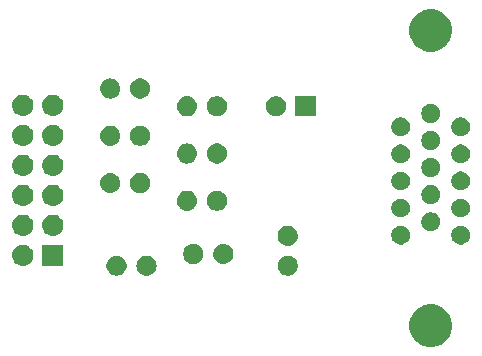
<source format=gbr>
G04 #@! TF.GenerationSoftware,KiCad,Pcbnew,5.0.2+dfsg1-1~bpo9+1*
G04 #@! TF.CreationDate,2021-09-12T12:59:09+02:00*
G04 #@! TF.ProjectId,VGA222-PMOD,56474132-3232-42d5-904d-4f442e6b6963,rev?*
G04 #@! TF.SameCoordinates,Original*
G04 #@! TF.FileFunction,Soldermask,Top*
G04 #@! TF.FilePolarity,Negative*
%FSLAX46Y46*%
G04 Gerber Fmt 4.6, Leading zero omitted, Abs format (unit mm)*
G04 Created by KiCad (PCBNEW 5.0.2+dfsg1-1~bpo9+1) date Sun Sep 12 12:59:09 2021*
%MOMM*%
%LPD*%
G01*
G04 APERTURE LIST*
%ADD10C,0.100000*%
G04 APERTURE END LIST*
D10*
G36*
X139125331Y-70348211D02*
X139453092Y-70483974D01*
X139748073Y-70681074D01*
X139998926Y-70931927D01*
X140196026Y-71226908D01*
X140331789Y-71554669D01*
X140401000Y-71902616D01*
X140401000Y-72257384D01*
X140331789Y-72605331D01*
X140196026Y-72933092D01*
X139998926Y-73228073D01*
X139748073Y-73478926D01*
X139453092Y-73676026D01*
X139125331Y-73811789D01*
X138777384Y-73881000D01*
X138422616Y-73881000D01*
X138074669Y-73811789D01*
X137746908Y-73676026D01*
X137451927Y-73478926D01*
X137201074Y-73228073D01*
X137003974Y-72933092D01*
X136868211Y-72605331D01*
X136799000Y-72257384D01*
X136799000Y-71902616D01*
X136868211Y-71554669D01*
X137003974Y-71226908D01*
X137201074Y-70931927D01*
X137451927Y-70681074D01*
X137746908Y-70483974D01*
X138074669Y-70348211D01*
X138422616Y-70279000D01*
X138777384Y-70279000D01*
X139125331Y-70348211D01*
X139125331Y-70348211D01*
G37*
G36*
X126748228Y-66181703D02*
X126903100Y-66245853D01*
X127042481Y-66338985D01*
X127161015Y-66457519D01*
X127254147Y-66596900D01*
X127318297Y-66751772D01*
X127351000Y-66916184D01*
X127351000Y-67083816D01*
X127318297Y-67248228D01*
X127254147Y-67403100D01*
X127161015Y-67542481D01*
X127042481Y-67661015D01*
X126903100Y-67754147D01*
X126748228Y-67818297D01*
X126583816Y-67851000D01*
X126416184Y-67851000D01*
X126251772Y-67818297D01*
X126096900Y-67754147D01*
X125957519Y-67661015D01*
X125838985Y-67542481D01*
X125745853Y-67403100D01*
X125681703Y-67248228D01*
X125649000Y-67083816D01*
X125649000Y-66916184D01*
X125681703Y-66751772D01*
X125745853Y-66596900D01*
X125838985Y-66457519D01*
X125957519Y-66338985D01*
X126096900Y-66245853D01*
X126251772Y-66181703D01*
X126416184Y-66149000D01*
X126583816Y-66149000D01*
X126748228Y-66181703D01*
X126748228Y-66181703D01*
G37*
G36*
X112248228Y-66181703D02*
X112403100Y-66245853D01*
X112542481Y-66338985D01*
X112661015Y-66457519D01*
X112754147Y-66596900D01*
X112818297Y-66751772D01*
X112851000Y-66916184D01*
X112851000Y-67083816D01*
X112818297Y-67248228D01*
X112754147Y-67403100D01*
X112661015Y-67542481D01*
X112542481Y-67661015D01*
X112403100Y-67754147D01*
X112248228Y-67818297D01*
X112083816Y-67851000D01*
X111916184Y-67851000D01*
X111751772Y-67818297D01*
X111596900Y-67754147D01*
X111457519Y-67661015D01*
X111338985Y-67542481D01*
X111245853Y-67403100D01*
X111181703Y-67248228D01*
X111149000Y-67083816D01*
X111149000Y-66916184D01*
X111181703Y-66751772D01*
X111245853Y-66596900D01*
X111338985Y-66457519D01*
X111457519Y-66338985D01*
X111596900Y-66245853D01*
X111751772Y-66181703D01*
X111916184Y-66149000D01*
X112083816Y-66149000D01*
X112248228Y-66181703D01*
X112248228Y-66181703D01*
G37*
G36*
X114706821Y-66161313D02*
X114706824Y-66161314D01*
X114706825Y-66161314D01*
X114867239Y-66209975D01*
X114867241Y-66209976D01*
X114867244Y-66209977D01*
X115015078Y-66288995D01*
X115144659Y-66395341D01*
X115251005Y-66524922D01*
X115330023Y-66672756D01*
X115330024Y-66672759D01*
X115330025Y-66672761D01*
X115374173Y-66818297D01*
X115378687Y-66833179D01*
X115395117Y-67000000D01*
X115378687Y-67166821D01*
X115378686Y-67166824D01*
X115378686Y-67166825D01*
X115353993Y-67248228D01*
X115330023Y-67327244D01*
X115251005Y-67475078D01*
X115144659Y-67604659D01*
X115015078Y-67711005D01*
X114867244Y-67790023D01*
X114867241Y-67790024D01*
X114867239Y-67790025D01*
X114706825Y-67838686D01*
X114706824Y-67838686D01*
X114706821Y-67838687D01*
X114581804Y-67851000D01*
X114498196Y-67851000D01*
X114373179Y-67838687D01*
X114373176Y-67838686D01*
X114373175Y-67838686D01*
X114212761Y-67790025D01*
X114212759Y-67790024D01*
X114212756Y-67790023D01*
X114064922Y-67711005D01*
X113935341Y-67604659D01*
X113828995Y-67475078D01*
X113749977Y-67327244D01*
X113726008Y-67248228D01*
X113701314Y-67166825D01*
X113701314Y-67166824D01*
X113701313Y-67166821D01*
X113684883Y-67000000D01*
X113701313Y-66833179D01*
X113705827Y-66818297D01*
X113749975Y-66672761D01*
X113749976Y-66672759D01*
X113749977Y-66672756D01*
X113828995Y-66524922D01*
X113935341Y-66395341D01*
X114064922Y-66288995D01*
X114212756Y-66209977D01*
X114212759Y-66209976D01*
X114212761Y-66209975D01*
X114373175Y-66161314D01*
X114373176Y-66161314D01*
X114373179Y-66161313D01*
X114498196Y-66149000D01*
X114581804Y-66149000D01*
X114706821Y-66161313D01*
X114706821Y-66161313D01*
G37*
G36*
X107505000Y-67030000D02*
X105703000Y-67030000D01*
X105703000Y-65228000D01*
X107505000Y-65228000D01*
X107505000Y-67030000D01*
X107505000Y-67030000D01*
G37*
G36*
X104174442Y-65234518D02*
X104240627Y-65241037D01*
X104353853Y-65275384D01*
X104410467Y-65292557D01*
X104497326Y-65338985D01*
X104566991Y-65376222D01*
X104590287Y-65395341D01*
X104704186Y-65488814D01*
X104787448Y-65590271D01*
X104816778Y-65626009D01*
X104816779Y-65626011D01*
X104900443Y-65782533D01*
X104900443Y-65782534D01*
X104951963Y-65952373D01*
X104969359Y-66129000D01*
X104951963Y-66305627D01*
X104922395Y-66403100D01*
X104900443Y-66475467D01*
X104835535Y-66596900D01*
X104816778Y-66631991D01*
X104792959Y-66661014D01*
X104704186Y-66769186D01*
X104604494Y-66851000D01*
X104566991Y-66881778D01*
X104566989Y-66881779D01*
X104410467Y-66965443D01*
X104353853Y-66982616D01*
X104240627Y-67016963D01*
X104174443Y-67023481D01*
X104108260Y-67030000D01*
X104019740Y-67030000D01*
X103953557Y-67023481D01*
X103887373Y-67016963D01*
X103774147Y-66982616D01*
X103717533Y-66965443D01*
X103561011Y-66881779D01*
X103561009Y-66881778D01*
X103523506Y-66851000D01*
X103423814Y-66769186D01*
X103335041Y-66661014D01*
X103311222Y-66631991D01*
X103292465Y-66596900D01*
X103227557Y-66475467D01*
X103205605Y-66403100D01*
X103176037Y-66305627D01*
X103158641Y-66129000D01*
X103176037Y-65952373D01*
X103227557Y-65782534D01*
X103227557Y-65782533D01*
X103311221Y-65626011D01*
X103311222Y-65626009D01*
X103340552Y-65590271D01*
X103423814Y-65488814D01*
X103537713Y-65395341D01*
X103561009Y-65376222D01*
X103630674Y-65338985D01*
X103717533Y-65292557D01*
X103774147Y-65275384D01*
X103887373Y-65241037D01*
X103953558Y-65234518D01*
X104019740Y-65228000D01*
X104108260Y-65228000D01*
X104174442Y-65234518D01*
X104174442Y-65234518D01*
G37*
G36*
X118748228Y-65181703D02*
X118903100Y-65245853D01*
X119042481Y-65338985D01*
X119161015Y-65457519D01*
X119254147Y-65596900D01*
X119318297Y-65751772D01*
X119351000Y-65916184D01*
X119351000Y-66083816D01*
X119318297Y-66248228D01*
X119254147Y-66403100D01*
X119161015Y-66542481D01*
X119042481Y-66661015D01*
X118903100Y-66754147D01*
X118748228Y-66818297D01*
X118583816Y-66851000D01*
X118416184Y-66851000D01*
X118251772Y-66818297D01*
X118096900Y-66754147D01*
X117957519Y-66661015D01*
X117838985Y-66542481D01*
X117745853Y-66403100D01*
X117681703Y-66248228D01*
X117649000Y-66083816D01*
X117649000Y-65916184D01*
X117681703Y-65751772D01*
X117745853Y-65596900D01*
X117838985Y-65457519D01*
X117957519Y-65338985D01*
X118096900Y-65245853D01*
X118251772Y-65181703D01*
X118416184Y-65149000D01*
X118583816Y-65149000D01*
X118748228Y-65181703D01*
X118748228Y-65181703D01*
G37*
G36*
X121206821Y-65161313D02*
X121206824Y-65161314D01*
X121206825Y-65161314D01*
X121367239Y-65209975D01*
X121367241Y-65209976D01*
X121367244Y-65209977D01*
X121515078Y-65288995D01*
X121644659Y-65395341D01*
X121751005Y-65524922D01*
X121830023Y-65672756D01*
X121830024Y-65672759D01*
X121830025Y-65672761D01*
X121863324Y-65782533D01*
X121878687Y-65833179D01*
X121895117Y-66000000D01*
X121878687Y-66166821D01*
X121878686Y-66166824D01*
X121878686Y-66166825D01*
X121836581Y-66305627D01*
X121830023Y-66327244D01*
X121751005Y-66475078D01*
X121644659Y-66604659D01*
X121515078Y-66711005D01*
X121367244Y-66790023D01*
X121367241Y-66790024D01*
X121367239Y-66790025D01*
X121206825Y-66838686D01*
X121206824Y-66838686D01*
X121206821Y-66838687D01*
X121081804Y-66851000D01*
X120998196Y-66851000D01*
X120873179Y-66838687D01*
X120873176Y-66838686D01*
X120873175Y-66838686D01*
X120712761Y-66790025D01*
X120712759Y-66790024D01*
X120712756Y-66790023D01*
X120564922Y-66711005D01*
X120435341Y-66604659D01*
X120328995Y-66475078D01*
X120249977Y-66327244D01*
X120243420Y-66305627D01*
X120201314Y-66166825D01*
X120201314Y-66166824D01*
X120201313Y-66166821D01*
X120184883Y-66000000D01*
X120201313Y-65833179D01*
X120216676Y-65782533D01*
X120249975Y-65672761D01*
X120249976Y-65672759D01*
X120249977Y-65672756D01*
X120328995Y-65524922D01*
X120435341Y-65395341D01*
X120564922Y-65288995D01*
X120712756Y-65209977D01*
X120712759Y-65209976D01*
X120712761Y-65209975D01*
X120873175Y-65161314D01*
X120873176Y-65161314D01*
X120873179Y-65161313D01*
X120998196Y-65149000D01*
X121081804Y-65149000D01*
X121206821Y-65161313D01*
X121206821Y-65161313D01*
G37*
G36*
X126666821Y-63621313D02*
X126666824Y-63621314D01*
X126666825Y-63621314D01*
X126827239Y-63669975D01*
X126827241Y-63669976D01*
X126827244Y-63669977D01*
X126975078Y-63748995D01*
X127104659Y-63855341D01*
X127211005Y-63984922D01*
X127290023Y-64132756D01*
X127290024Y-64132759D01*
X127290025Y-64132761D01*
X127319275Y-64229185D01*
X127338687Y-64293179D01*
X127355117Y-64460000D01*
X127338687Y-64626821D01*
X127290023Y-64787244D01*
X127211005Y-64935078D01*
X127104659Y-65064659D01*
X126975078Y-65171005D01*
X126827244Y-65250023D01*
X126827241Y-65250024D01*
X126827239Y-65250025D01*
X126666825Y-65298686D01*
X126666824Y-65298686D01*
X126666821Y-65298687D01*
X126541804Y-65311000D01*
X126458196Y-65311000D01*
X126333179Y-65298687D01*
X126333176Y-65298686D01*
X126333175Y-65298686D01*
X126172761Y-65250025D01*
X126172759Y-65250024D01*
X126172756Y-65250023D01*
X126024922Y-65171005D01*
X125895341Y-65064659D01*
X125788995Y-64935078D01*
X125709977Y-64787244D01*
X125661313Y-64626821D01*
X125644883Y-64460000D01*
X125661313Y-64293179D01*
X125680725Y-64229185D01*
X125709975Y-64132761D01*
X125709976Y-64132759D01*
X125709977Y-64132756D01*
X125788995Y-63984922D01*
X125895341Y-63855341D01*
X126024922Y-63748995D01*
X126172756Y-63669977D01*
X126172759Y-63669976D01*
X126172761Y-63669975D01*
X126333175Y-63621314D01*
X126333176Y-63621314D01*
X126333179Y-63621313D01*
X126458196Y-63609000D01*
X126541804Y-63609000D01*
X126666821Y-63621313D01*
X126666821Y-63621313D01*
G37*
G36*
X136293643Y-63639781D02*
X136439415Y-63700162D01*
X136570611Y-63787824D01*
X136682176Y-63899389D01*
X136769838Y-64030585D01*
X136830219Y-64176357D01*
X136861000Y-64331107D01*
X136861000Y-64488893D01*
X136830219Y-64643643D01*
X136769838Y-64789415D01*
X136682176Y-64920611D01*
X136570611Y-65032176D01*
X136439415Y-65119838D01*
X136293643Y-65180219D01*
X136138893Y-65211000D01*
X135981107Y-65211000D01*
X135826357Y-65180219D01*
X135680585Y-65119838D01*
X135549389Y-65032176D01*
X135437824Y-64920611D01*
X135350162Y-64789415D01*
X135289781Y-64643643D01*
X135259000Y-64488893D01*
X135259000Y-64331107D01*
X135289781Y-64176357D01*
X135350162Y-64030585D01*
X135437824Y-63899389D01*
X135549389Y-63787824D01*
X135680585Y-63700162D01*
X135826357Y-63639781D01*
X135981107Y-63609000D01*
X136138893Y-63609000D01*
X136293643Y-63639781D01*
X136293643Y-63639781D01*
G37*
G36*
X141373643Y-63639781D02*
X141519415Y-63700162D01*
X141650611Y-63787824D01*
X141762176Y-63899389D01*
X141849838Y-64030585D01*
X141910219Y-64176357D01*
X141941000Y-64331107D01*
X141941000Y-64488893D01*
X141910219Y-64643643D01*
X141849838Y-64789415D01*
X141762176Y-64920611D01*
X141650611Y-65032176D01*
X141519415Y-65119838D01*
X141373643Y-65180219D01*
X141218893Y-65211000D01*
X141061107Y-65211000D01*
X140906357Y-65180219D01*
X140760585Y-65119838D01*
X140629389Y-65032176D01*
X140517824Y-64920611D01*
X140430162Y-64789415D01*
X140369781Y-64643643D01*
X140339000Y-64488893D01*
X140339000Y-64331107D01*
X140369781Y-64176357D01*
X140430162Y-64030585D01*
X140517824Y-63899389D01*
X140629389Y-63787824D01*
X140760585Y-63700162D01*
X140906357Y-63639781D01*
X141061107Y-63609000D01*
X141218893Y-63609000D01*
X141373643Y-63639781D01*
X141373643Y-63639781D01*
G37*
G36*
X106714442Y-62694518D02*
X106780627Y-62701037D01*
X106893853Y-62735384D01*
X106950467Y-62752557D01*
X107089087Y-62826652D01*
X107106991Y-62836222D01*
X107142729Y-62865552D01*
X107244186Y-62948814D01*
X107327448Y-63050271D01*
X107356778Y-63086009D01*
X107356779Y-63086011D01*
X107440443Y-63242533D01*
X107440443Y-63242534D01*
X107491963Y-63412373D01*
X107509359Y-63589000D01*
X107491963Y-63765627D01*
X107457616Y-63878853D01*
X107440443Y-63935467D01*
X107384451Y-64040219D01*
X107356778Y-64091991D01*
X107327448Y-64127729D01*
X107244186Y-64229186D01*
X107166214Y-64293175D01*
X107106991Y-64341778D01*
X107106989Y-64341779D01*
X106950467Y-64425443D01*
X106893853Y-64442616D01*
X106780627Y-64476963D01*
X106714442Y-64483482D01*
X106648260Y-64490000D01*
X106559740Y-64490000D01*
X106493558Y-64483482D01*
X106427373Y-64476963D01*
X106314147Y-64442616D01*
X106257533Y-64425443D01*
X106101011Y-64341779D01*
X106101009Y-64341778D01*
X106041786Y-64293175D01*
X105963814Y-64229186D01*
X105880552Y-64127729D01*
X105851222Y-64091991D01*
X105823549Y-64040219D01*
X105767557Y-63935467D01*
X105750384Y-63878853D01*
X105716037Y-63765627D01*
X105698641Y-63589000D01*
X105716037Y-63412373D01*
X105767557Y-63242534D01*
X105767557Y-63242533D01*
X105851221Y-63086011D01*
X105851222Y-63086009D01*
X105880552Y-63050271D01*
X105963814Y-62948814D01*
X106065271Y-62865552D01*
X106101009Y-62836222D01*
X106118913Y-62826652D01*
X106257533Y-62752557D01*
X106314147Y-62735384D01*
X106427373Y-62701037D01*
X106493558Y-62694518D01*
X106559740Y-62688000D01*
X106648260Y-62688000D01*
X106714442Y-62694518D01*
X106714442Y-62694518D01*
G37*
G36*
X104174442Y-62694518D02*
X104240627Y-62701037D01*
X104353853Y-62735384D01*
X104410467Y-62752557D01*
X104549087Y-62826652D01*
X104566991Y-62836222D01*
X104602729Y-62865552D01*
X104704186Y-62948814D01*
X104787448Y-63050271D01*
X104816778Y-63086009D01*
X104816779Y-63086011D01*
X104900443Y-63242533D01*
X104900443Y-63242534D01*
X104951963Y-63412373D01*
X104969359Y-63589000D01*
X104951963Y-63765627D01*
X104917616Y-63878853D01*
X104900443Y-63935467D01*
X104844451Y-64040219D01*
X104816778Y-64091991D01*
X104787448Y-64127729D01*
X104704186Y-64229186D01*
X104626214Y-64293175D01*
X104566991Y-64341778D01*
X104566989Y-64341779D01*
X104410467Y-64425443D01*
X104353853Y-64442616D01*
X104240627Y-64476963D01*
X104174442Y-64483482D01*
X104108260Y-64490000D01*
X104019740Y-64490000D01*
X103953558Y-64483482D01*
X103887373Y-64476963D01*
X103774147Y-64442616D01*
X103717533Y-64425443D01*
X103561011Y-64341779D01*
X103561009Y-64341778D01*
X103501786Y-64293175D01*
X103423814Y-64229186D01*
X103340552Y-64127729D01*
X103311222Y-64091991D01*
X103283549Y-64040219D01*
X103227557Y-63935467D01*
X103210384Y-63878853D01*
X103176037Y-63765627D01*
X103158641Y-63589000D01*
X103176037Y-63412373D01*
X103227557Y-63242534D01*
X103227557Y-63242533D01*
X103311221Y-63086011D01*
X103311222Y-63086009D01*
X103340552Y-63050271D01*
X103423814Y-62948814D01*
X103525271Y-62865552D01*
X103561009Y-62836222D01*
X103578913Y-62826652D01*
X103717533Y-62752557D01*
X103774147Y-62735384D01*
X103887373Y-62701037D01*
X103953558Y-62694518D01*
X104019740Y-62688000D01*
X104108260Y-62688000D01*
X104174442Y-62694518D01*
X104174442Y-62694518D01*
G37*
G36*
X138833643Y-62499781D02*
X138979415Y-62560162D01*
X139110611Y-62647824D01*
X139222176Y-62759389D01*
X139309838Y-62890585D01*
X139370219Y-63036357D01*
X139401000Y-63191107D01*
X139401000Y-63348893D01*
X139370219Y-63503643D01*
X139309838Y-63649415D01*
X139222176Y-63780611D01*
X139110611Y-63892176D01*
X138979415Y-63979838D01*
X138833643Y-64040219D01*
X138678893Y-64071000D01*
X138521107Y-64071000D01*
X138366357Y-64040219D01*
X138220585Y-63979838D01*
X138089389Y-63892176D01*
X137977824Y-63780611D01*
X137890162Y-63649415D01*
X137829781Y-63503643D01*
X137799000Y-63348893D01*
X137799000Y-63191107D01*
X137829781Y-63036357D01*
X137890162Y-62890585D01*
X137977824Y-62759389D01*
X138089389Y-62647824D01*
X138220585Y-62560162D01*
X138366357Y-62499781D01*
X138521107Y-62469000D01*
X138678893Y-62469000D01*
X138833643Y-62499781D01*
X138833643Y-62499781D01*
G37*
G36*
X141373643Y-61349781D02*
X141519415Y-61410162D01*
X141650611Y-61497824D01*
X141762176Y-61609389D01*
X141849838Y-61740585D01*
X141910219Y-61886357D01*
X141941000Y-62041107D01*
X141941000Y-62198893D01*
X141910219Y-62353643D01*
X141849838Y-62499415D01*
X141762176Y-62630611D01*
X141650611Y-62742176D01*
X141519415Y-62829838D01*
X141373643Y-62890219D01*
X141218893Y-62921000D01*
X141061107Y-62921000D01*
X140906357Y-62890219D01*
X140760585Y-62829838D01*
X140629389Y-62742176D01*
X140517824Y-62630611D01*
X140430162Y-62499415D01*
X140369781Y-62353643D01*
X140339000Y-62198893D01*
X140339000Y-62041107D01*
X140369781Y-61886357D01*
X140430162Y-61740585D01*
X140517824Y-61609389D01*
X140629389Y-61497824D01*
X140760585Y-61410162D01*
X140906357Y-61349781D01*
X141061107Y-61319000D01*
X141218893Y-61319000D01*
X141373643Y-61349781D01*
X141373643Y-61349781D01*
G37*
G36*
X136293643Y-61349781D02*
X136439415Y-61410162D01*
X136570611Y-61497824D01*
X136682176Y-61609389D01*
X136769838Y-61740585D01*
X136830219Y-61886357D01*
X136861000Y-62041107D01*
X136861000Y-62198893D01*
X136830219Y-62353643D01*
X136769838Y-62499415D01*
X136682176Y-62630611D01*
X136570611Y-62742176D01*
X136439415Y-62829838D01*
X136293643Y-62890219D01*
X136138893Y-62921000D01*
X135981107Y-62921000D01*
X135826357Y-62890219D01*
X135680585Y-62829838D01*
X135549389Y-62742176D01*
X135437824Y-62630611D01*
X135350162Y-62499415D01*
X135289781Y-62353643D01*
X135259000Y-62198893D01*
X135259000Y-62041107D01*
X135289781Y-61886357D01*
X135350162Y-61740585D01*
X135437824Y-61609389D01*
X135549389Y-61497824D01*
X135680585Y-61410162D01*
X135826357Y-61349781D01*
X135981107Y-61319000D01*
X136138893Y-61319000D01*
X136293643Y-61349781D01*
X136293643Y-61349781D01*
G37*
G36*
X120748228Y-60681703D02*
X120903100Y-60745853D01*
X121042481Y-60838985D01*
X121161015Y-60957519D01*
X121254147Y-61096900D01*
X121318297Y-61251772D01*
X121351000Y-61416184D01*
X121351000Y-61583816D01*
X121318297Y-61748228D01*
X121254147Y-61903100D01*
X121161015Y-62042481D01*
X121042481Y-62161015D01*
X120903100Y-62254147D01*
X120748228Y-62318297D01*
X120583816Y-62351000D01*
X120416184Y-62351000D01*
X120251772Y-62318297D01*
X120096900Y-62254147D01*
X119957519Y-62161015D01*
X119838985Y-62042481D01*
X119745853Y-61903100D01*
X119681703Y-61748228D01*
X119649000Y-61583816D01*
X119649000Y-61416184D01*
X119681703Y-61251772D01*
X119745853Y-61096900D01*
X119838985Y-60957519D01*
X119957519Y-60838985D01*
X120096900Y-60745853D01*
X120251772Y-60681703D01*
X120416184Y-60649000D01*
X120583816Y-60649000D01*
X120748228Y-60681703D01*
X120748228Y-60681703D01*
G37*
G36*
X118126821Y-60661313D02*
X118126824Y-60661314D01*
X118126825Y-60661314D01*
X118287239Y-60709975D01*
X118287241Y-60709976D01*
X118287244Y-60709977D01*
X118435078Y-60788995D01*
X118564659Y-60895341D01*
X118671005Y-61024922D01*
X118750023Y-61172756D01*
X118750024Y-61172759D01*
X118750025Y-61172761D01*
X118794386Y-61319000D01*
X118798687Y-61333179D01*
X118815117Y-61500000D01*
X118798687Y-61666821D01*
X118798686Y-61666824D01*
X118798686Y-61666825D01*
X118757749Y-61801778D01*
X118750023Y-61827244D01*
X118671005Y-61975078D01*
X118564659Y-62104659D01*
X118435078Y-62211005D01*
X118287244Y-62290023D01*
X118287241Y-62290024D01*
X118287239Y-62290025D01*
X118126825Y-62338686D01*
X118126824Y-62338686D01*
X118126821Y-62338687D01*
X118001804Y-62351000D01*
X117918196Y-62351000D01*
X117793179Y-62338687D01*
X117793176Y-62338686D01*
X117793175Y-62338686D01*
X117632761Y-62290025D01*
X117632759Y-62290024D01*
X117632756Y-62290023D01*
X117484922Y-62211005D01*
X117355341Y-62104659D01*
X117248995Y-61975078D01*
X117169977Y-61827244D01*
X117162252Y-61801778D01*
X117121314Y-61666825D01*
X117121314Y-61666824D01*
X117121313Y-61666821D01*
X117104883Y-61500000D01*
X117121313Y-61333179D01*
X117125614Y-61319000D01*
X117169975Y-61172761D01*
X117169976Y-61172759D01*
X117169977Y-61172756D01*
X117248995Y-61024922D01*
X117355341Y-60895341D01*
X117484922Y-60788995D01*
X117632756Y-60709977D01*
X117632759Y-60709976D01*
X117632761Y-60709975D01*
X117793175Y-60661314D01*
X117793176Y-60661314D01*
X117793179Y-60661313D01*
X117918196Y-60649000D01*
X118001804Y-60649000D01*
X118126821Y-60661313D01*
X118126821Y-60661313D01*
G37*
G36*
X106714443Y-60154519D02*
X106780627Y-60161037D01*
X106893853Y-60195384D01*
X106950467Y-60212557D01*
X107089087Y-60286652D01*
X107106991Y-60296222D01*
X107142729Y-60325552D01*
X107244186Y-60408814D01*
X107327448Y-60510271D01*
X107356778Y-60546009D01*
X107356779Y-60546011D01*
X107440443Y-60702533D01*
X107443013Y-60711005D01*
X107491963Y-60872373D01*
X107509359Y-61049000D01*
X107491963Y-61225627D01*
X107457616Y-61338853D01*
X107440443Y-61395467D01*
X107429369Y-61416184D01*
X107356778Y-61551991D01*
X107330660Y-61583816D01*
X107244186Y-61689186D01*
X107142729Y-61772448D01*
X107106991Y-61801778D01*
X107106989Y-61801779D01*
X106950467Y-61885443D01*
X106893853Y-61902616D01*
X106780627Y-61936963D01*
X106714443Y-61943481D01*
X106648260Y-61950000D01*
X106559740Y-61950000D01*
X106493557Y-61943481D01*
X106427373Y-61936963D01*
X106314147Y-61902616D01*
X106257533Y-61885443D01*
X106101011Y-61801779D01*
X106101009Y-61801778D01*
X106065271Y-61772448D01*
X105963814Y-61689186D01*
X105877340Y-61583816D01*
X105851222Y-61551991D01*
X105778631Y-61416184D01*
X105767557Y-61395467D01*
X105750384Y-61338853D01*
X105716037Y-61225627D01*
X105698641Y-61049000D01*
X105716037Y-60872373D01*
X105764987Y-60711005D01*
X105767557Y-60702533D01*
X105851221Y-60546011D01*
X105851222Y-60546009D01*
X105880552Y-60510271D01*
X105963814Y-60408814D01*
X106065271Y-60325552D01*
X106101009Y-60296222D01*
X106118913Y-60286652D01*
X106257533Y-60212557D01*
X106314147Y-60195384D01*
X106427373Y-60161037D01*
X106493557Y-60154519D01*
X106559740Y-60148000D01*
X106648260Y-60148000D01*
X106714443Y-60154519D01*
X106714443Y-60154519D01*
G37*
G36*
X104174443Y-60154519D02*
X104240627Y-60161037D01*
X104353853Y-60195384D01*
X104410467Y-60212557D01*
X104549087Y-60286652D01*
X104566991Y-60296222D01*
X104602729Y-60325552D01*
X104704186Y-60408814D01*
X104787448Y-60510271D01*
X104816778Y-60546009D01*
X104816779Y-60546011D01*
X104900443Y-60702533D01*
X104903013Y-60711005D01*
X104951963Y-60872373D01*
X104969359Y-61049000D01*
X104951963Y-61225627D01*
X104917616Y-61338853D01*
X104900443Y-61395467D01*
X104889369Y-61416184D01*
X104816778Y-61551991D01*
X104790660Y-61583816D01*
X104704186Y-61689186D01*
X104602729Y-61772448D01*
X104566991Y-61801778D01*
X104566989Y-61801779D01*
X104410467Y-61885443D01*
X104353853Y-61902616D01*
X104240627Y-61936963D01*
X104174443Y-61943481D01*
X104108260Y-61950000D01*
X104019740Y-61950000D01*
X103953557Y-61943481D01*
X103887373Y-61936963D01*
X103774147Y-61902616D01*
X103717533Y-61885443D01*
X103561011Y-61801779D01*
X103561009Y-61801778D01*
X103525271Y-61772448D01*
X103423814Y-61689186D01*
X103337340Y-61583816D01*
X103311222Y-61551991D01*
X103238631Y-61416184D01*
X103227557Y-61395467D01*
X103210384Y-61338853D01*
X103176037Y-61225627D01*
X103158641Y-61049000D01*
X103176037Y-60872373D01*
X103224987Y-60711005D01*
X103227557Y-60702533D01*
X103311221Y-60546011D01*
X103311222Y-60546009D01*
X103340552Y-60510271D01*
X103423814Y-60408814D01*
X103525271Y-60325552D01*
X103561009Y-60296222D01*
X103578913Y-60286652D01*
X103717533Y-60212557D01*
X103774147Y-60195384D01*
X103887373Y-60161037D01*
X103953557Y-60154519D01*
X104019740Y-60148000D01*
X104108260Y-60148000D01*
X104174443Y-60154519D01*
X104174443Y-60154519D01*
G37*
G36*
X138833643Y-60209781D02*
X138979415Y-60270162D01*
X139110611Y-60357824D01*
X139222176Y-60469389D01*
X139309838Y-60600585D01*
X139370219Y-60746357D01*
X139401000Y-60901107D01*
X139401000Y-61058893D01*
X139370219Y-61213643D01*
X139309838Y-61359415D01*
X139222176Y-61490611D01*
X139110611Y-61602176D01*
X138979415Y-61689838D01*
X138833643Y-61750219D01*
X138678893Y-61781000D01*
X138521107Y-61781000D01*
X138366357Y-61750219D01*
X138220585Y-61689838D01*
X138089389Y-61602176D01*
X137977824Y-61490611D01*
X137890162Y-61359415D01*
X137829781Y-61213643D01*
X137799000Y-61058893D01*
X137799000Y-60901107D01*
X137829781Y-60746357D01*
X137890162Y-60600585D01*
X137977824Y-60469389D01*
X138089389Y-60357824D01*
X138220585Y-60270162D01*
X138366357Y-60209781D01*
X138521107Y-60179000D01*
X138678893Y-60179000D01*
X138833643Y-60209781D01*
X138833643Y-60209781D01*
G37*
G36*
X114248228Y-59181703D02*
X114403100Y-59245853D01*
X114542481Y-59338985D01*
X114661015Y-59457519D01*
X114754147Y-59596900D01*
X114818297Y-59751772D01*
X114851000Y-59916184D01*
X114851000Y-60083816D01*
X114818297Y-60248228D01*
X114754147Y-60403100D01*
X114661015Y-60542481D01*
X114542481Y-60661015D01*
X114403100Y-60754147D01*
X114248228Y-60818297D01*
X114083816Y-60851000D01*
X113916184Y-60851000D01*
X113751772Y-60818297D01*
X113596900Y-60754147D01*
X113457519Y-60661015D01*
X113338985Y-60542481D01*
X113245853Y-60403100D01*
X113181703Y-60248228D01*
X113149000Y-60083816D01*
X113149000Y-59916184D01*
X113181703Y-59751772D01*
X113245853Y-59596900D01*
X113338985Y-59457519D01*
X113457519Y-59338985D01*
X113596900Y-59245853D01*
X113751772Y-59181703D01*
X113916184Y-59149000D01*
X114083816Y-59149000D01*
X114248228Y-59181703D01*
X114248228Y-59181703D01*
G37*
G36*
X111626821Y-59161313D02*
X111626824Y-59161314D01*
X111626825Y-59161314D01*
X111787239Y-59209975D01*
X111787241Y-59209976D01*
X111787244Y-59209977D01*
X111935078Y-59288995D01*
X112064659Y-59395341D01*
X112171005Y-59524922D01*
X112250023Y-59672756D01*
X112250024Y-59672759D01*
X112250025Y-59672761D01*
X112298686Y-59833175D01*
X112298687Y-59833179D01*
X112315117Y-60000000D01*
X112298687Y-60166821D01*
X112298686Y-60166824D01*
X112298686Y-60166825D01*
X112259434Y-60296222D01*
X112250023Y-60327244D01*
X112171005Y-60475078D01*
X112064659Y-60604659D01*
X111935078Y-60711005D01*
X111787244Y-60790023D01*
X111787241Y-60790024D01*
X111787239Y-60790025D01*
X111626825Y-60838686D01*
X111626824Y-60838686D01*
X111626821Y-60838687D01*
X111501804Y-60851000D01*
X111418196Y-60851000D01*
X111293179Y-60838687D01*
X111293176Y-60838686D01*
X111293175Y-60838686D01*
X111132761Y-60790025D01*
X111132759Y-60790024D01*
X111132756Y-60790023D01*
X110984922Y-60711005D01*
X110855341Y-60604659D01*
X110748995Y-60475078D01*
X110669977Y-60327244D01*
X110660567Y-60296222D01*
X110621314Y-60166825D01*
X110621314Y-60166824D01*
X110621313Y-60166821D01*
X110604883Y-60000000D01*
X110621313Y-59833179D01*
X110621314Y-59833175D01*
X110669975Y-59672761D01*
X110669976Y-59672759D01*
X110669977Y-59672756D01*
X110748995Y-59524922D01*
X110855341Y-59395341D01*
X110984922Y-59288995D01*
X111132756Y-59209977D01*
X111132759Y-59209976D01*
X111132761Y-59209975D01*
X111293175Y-59161314D01*
X111293176Y-59161314D01*
X111293179Y-59161313D01*
X111418196Y-59149000D01*
X111501804Y-59149000D01*
X111626821Y-59161313D01*
X111626821Y-59161313D01*
G37*
G36*
X136293643Y-59059781D02*
X136439415Y-59120162D01*
X136570611Y-59207824D01*
X136682176Y-59319389D01*
X136769838Y-59450585D01*
X136830219Y-59596357D01*
X136861000Y-59751107D01*
X136861000Y-59908893D01*
X136830219Y-60063643D01*
X136769838Y-60209415D01*
X136682176Y-60340611D01*
X136570611Y-60452176D01*
X136439415Y-60539838D01*
X136293643Y-60600219D01*
X136138893Y-60631000D01*
X135981107Y-60631000D01*
X135826357Y-60600219D01*
X135680585Y-60539838D01*
X135549389Y-60452176D01*
X135437824Y-60340611D01*
X135350162Y-60209415D01*
X135289781Y-60063643D01*
X135259000Y-59908893D01*
X135259000Y-59751107D01*
X135289781Y-59596357D01*
X135350162Y-59450585D01*
X135437824Y-59319389D01*
X135549389Y-59207824D01*
X135680585Y-59120162D01*
X135826357Y-59059781D01*
X135981107Y-59029000D01*
X136138893Y-59029000D01*
X136293643Y-59059781D01*
X136293643Y-59059781D01*
G37*
G36*
X141373643Y-59055781D02*
X141519415Y-59116162D01*
X141650611Y-59203824D01*
X141762176Y-59315389D01*
X141849838Y-59446585D01*
X141910219Y-59592357D01*
X141941000Y-59747107D01*
X141941000Y-59904893D01*
X141910219Y-60059643D01*
X141849838Y-60205415D01*
X141762176Y-60336611D01*
X141650611Y-60448176D01*
X141519415Y-60535838D01*
X141373643Y-60596219D01*
X141218893Y-60627000D01*
X141061107Y-60627000D01*
X140906357Y-60596219D01*
X140760585Y-60535838D01*
X140629389Y-60448176D01*
X140517824Y-60336611D01*
X140430162Y-60205415D01*
X140369781Y-60059643D01*
X140339000Y-59904893D01*
X140339000Y-59747107D01*
X140369781Y-59592357D01*
X140430162Y-59446585D01*
X140517824Y-59315389D01*
X140629389Y-59203824D01*
X140760585Y-59116162D01*
X140906357Y-59055781D01*
X141061107Y-59025000D01*
X141218893Y-59025000D01*
X141373643Y-59055781D01*
X141373643Y-59055781D01*
G37*
G36*
X138833643Y-57919781D02*
X138979415Y-57980162D01*
X139110611Y-58067824D01*
X139222176Y-58179389D01*
X139309838Y-58310585D01*
X139370219Y-58456357D01*
X139401000Y-58611107D01*
X139401000Y-58768893D01*
X139370219Y-58923643D01*
X139309838Y-59069415D01*
X139222176Y-59200611D01*
X139110611Y-59312176D01*
X138979415Y-59399838D01*
X138833643Y-59460219D01*
X138678893Y-59491000D01*
X138521107Y-59491000D01*
X138366357Y-59460219D01*
X138220585Y-59399838D01*
X138089389Y-59312176D01*
X137977824Y-59200611D01*
X137890162Y-59069415D01*
X137829781Y-58923643D01*
X137799000Y-58768893D01*
X137799000Y-58611107D01*
X137829781Y-58456357D01*
X137890162Y-58310585D01*
X137977824Y-58179389D01*
X138089389Y-58067824D01*
X138220585Y-57980162D01*
X138366357Y-57919781D01*
X138521107Y-57889000D01*
X138678893Y-57889000D01*
X138833643Y-57919781D01*
X138833643Y-57919781D01*
G37*
G36*
X104174443Y-57614519D02*
X104240627Y-57621037D01*
X104353853Y-57655384D01*
X104410467Y-57672557D01*
X104549087Y-57746652D01*
X104566991Y-57756222D01*
X104588218Y-57773643D01*
X104704186Y-57868814D01*
X104787448Y-57970271D01*
X104816778Y-58006009D01*
X104816779Y-58006011D01*
X104900443Y-58162533D01*
X104917616Y-58219147D01*
X104951963Y-58332373D01*
X104969359Y-58509000D01*
X104951963Y-58685627D01*
X104917616Y-58798853D01*
X104900443Y-58855467D01*
X104826348Y-58994087D01*
X104816778Y-59011991D01*
X104802819Y-59029000D01*
X104704186Y-59149186D01*
X104602729Y-59232448D01*
X104566991Y-59261778D01*
X104566989Y-59261779D01*
X104410467Y-59345443D01*
X104353853Y-59362616D01*
X104240627Y-59396963D01*
X104174443Y-59403481D01*
X104108260Y-59410000D01*
X104019740Y-59410000D01*
X103953557Y-59403481D01*
X103887373Y-59396963D01*
X103774147Y-59362616D01*
X103717533Y-59345443D01*
X103561011Y-59261779D01*
X103561009Y-59261778D01*
X103525271Y-59232448D01*
X103423814Y-59149186D01*
X103325181Y-59029000D01*
X103311222Y-59011991D01*
X103301652Y-58994087D01*
X103227557Y-58855467D01*
X103210384Y-58798853D01*
X103176037Y-58685627D01*
X103158641Y-58509000D01*
X103176037Y-58332373D01*
X103210384Y-58219147D01*
X103227557Y-58162533D01*
X103311221Y-58006011D01*
X103311222Y-58006009D01*
X103340552Y-57970271D01*
X103423814Y-57868814D01*
X103539782Y-57773643D01*
X103561009Y-57756222D01*
X103578913Y-57746652D01*
X103717533Y-57672557D01*
X103774147Y-57655384D01*
X103887373Y-57621037D01*
X103953557Y-57614519D01*
X104019740Y-57608000D01*
X104108260Y-57608000D01*
X104174443Y-57614519D01*
X104174443Y-57614519D01*
G37*
G36*
X106714443Y-57614519D02*
X106780627Y-57621037D01*
X106893853Y-57655384D01*
X106950467Y-57672557D01*
X107089087Y-57746652D01*
X107106991Y-57756222D01*
X107128218Y-57773643D01*
X107244186Y-57868814D01*
X107327448Y-57970271D01*
X107356778Y-58006009D01*
X107356779Y-58006011D01*
X107440443Y-58162533D01*
X107457616Y-58219147D01*
X107491963Y-58332373D01*
X107509359Y-58509000D01*
X107491963Y-58685627D01*
X107457616Y-58798853D01*
X107440443Y-58855467D01*
X107366348Y-58994087D01*
X107356778Y-59011991D01*
X107342819Y-59029000D01*
X107244186Y-59149186D01*
X107142729Y-59232448D01*
X107106991Y-59261778D01*
X107106989Y-59261779D01*
X106950467Y-59345443D01*
X106893853Y-59362616D01*
X106780627Y-59396963D01*
X106714443Y-59403481D01*
X106648260Y-59410000D01*
X106559740Y-59410000D01*
X106493557Y-59403481D01*
X106427373Y-59396963D01*
X106314147Y-59362616D01*
X106257533Y-59345443D01*
X106101011Y-59261779D01*
X106101009Y-59261778D01*
X106065271Y-59232448D01*
X105963814Y-59149186D01*
X105865181Y-59029000D01*
X105851222Y-59011991D01*
X105841652Y-58994087D01*
X105767557Y-58855467D01*
X105750384Y-58798853D01*
X105716037Y-58685627D01*
X105698641Y-58509000D01*
X105716037Y-58332373D01*
X105750384Y-58219147D01*
X105767557Y-58162533D01*
X105851221Y-58006011D01*
X105851222Y-58006009D01*
X105880552Y-57970271D01*
X105963814Y-57868814D01*
X106079782Y-57773643D01*
X106101009Y-57756222D01*
X106118913Y-57746652D01*
X106257533Y-57672557D01*
X106314147Y-57655384D01*
X106427373Y-57621037D01*
X106493557Y-57614519D01*
X106559740Y-57608000D01*
X106648260Y-57608000D01*
X106714443Y-57614519D01*
X106714443Y-57614519D01*
G37*
G36*
X120748228Y-56681703D02*
X120903100Y-56745853D01*
X121042481Y-56838985D01*
X121161015Y-56957519D01*
X121254147Y-57096900D01*
X121318297Y-57251772D01*
X121351000Y-57416184D01*
X121351000Y-57583816D01*
X121318297Y-57748228D01*
X121254147Y-57903100D01*
X121161015Y-58042481D01*
X121042481Y-58161015D01*
X120903100Y-58254147D01*
X120748228Y-58318297D01*
X120583816Y-58351000D01*
X120416184Y-58351000D01*
X120251772Y-58318297D01*
X120096900Y-58254147D01*
X119957519Y-58161015D01*
X119838985Y-58042481D01*
X119745853Y-57903100D01*
X119681703Y-57748228D01*
X119649000Y-57583816D01*
X119649000Y-57416184D01*
X119681703Y-57251772D01*
X119745853Y-57096900D01*
X119838985Y-56957519D01*
X119957519Y-56838985D01*
X120096900Y-56745853D01*
X120251772Y-56681703D01*
X120416184Y-56649000D01*
X120583816Y-56649000D01*
X120748228Y-56681703D01*
X120748228Y-56681703D01*
G37*
G36*
X118126821Y-56661313D02*
X118126824Y-56661314D01*
X118126825Y-56661314D01*
X118287239Y-56709975D01*
X118287241Y-56709976D01*
X118287244Y-56709977D01*
X118435078Y-56788995D01*
X118564659Y-56895341D01*
X118671005Y-57024922D01*
X118750023Y-57172756D01*
X118750024Y-57172759D01*
X118750025Y-57172761D01*
X118790551Y-57306357D01*
X118798687Y-57333179D01*
X118815117Y-57500000D01*
X118798687Y-57666821D01*
X118798686Y-57666824D01*
X118798686Y-57666825D01*
X118771568Y-57756222D01*
X118750023Y-57827244D01*
X118671005Y-57975078D01*
X118564659Y-58104659D01*
X118435078Y-58211005D01*
X118287244Y-58290023D01*
X118287241Y-58290024D01*
X118287239Y-58290025D01*
X118126825Y-58338686D01*
X118126824Y-58338686D01*
X118126821Y-58338687D01*
X118001804Y-58351000D01*
X117918196Y-58351000D01*
X117793179Y-58338687D01*
X117793176Y-58338686D01*
X117793175Y-58338686D01*
X117632761Y-58290025D01*
X117632759Y-58290024D01*
X117632756Y-58290023D01*
X117484922Y-58211005D01*
X117355341Y-58104659D01*
X117248995Y-57975078D01*
X117169977Y-57827244D01*
X117148433Y-57756222D01*
X117121314Y-57666825D01*
X117121314Y-57666824D01*
X117121313Y-57666821D01*
X117104883Y-57500000D01*
X117121313Y-57333179D01*
X117129449Y-57306357D01*
X117169975Y-57172761D01*
X117169976Y-57172759D01*
X117169977Y-57172756D01*
X117248995Y-57024922D01*
X117355341Y-56895341D01*
X117484922Y-56788995D01*
X117632756Y-56709977D01*
X117632759Y-56709976D01*
X117632761Y-56709975D01*
X117793175Y-56661314D01*
X117793176Y-56661314D01*
X117793179Y-56661313D01*
X117918196Y-56649000D01*
X118001804Y-56649000D01*
X118126821Y-56661313D01*
X118126821Y-56661313D01*
G37*
G36*
X141373643Y-56769781D02*
X141519415Y-56830162D01*
X141650611Y-56917824D01*
X141762176Y-57029389D01*
X141849838Y-57160585D01*
X141910219Y-57306357D01*
X141941000Y-57461107D01*
X141941000Y-57618893D01*
X141910219Y-57773643D01*
X141849838Y-57919415D01*
X141762176Y-58050611D01*
X141650611Y-58162176D01*
X141519415Y-58249838D01*
X141373643Y-58310219D01*
X141218893Y-58341000D01*
X141061107Y-58341000D01*
X140906357Y-58310219D01*
X140760585Y-58249838D01*
X140629389Y-58162176D01*
X140517824Y-58050611D01*
X140430162Y-57919415D01*
X140369781Y-57773643D01*
X140339000Y-57618893D01*
X140339000Y-57461107D01*
X140369781Y-57306357D01*
X140430162Y-57160585D01*
X140517824Y-57029389D01*
X140629389Y-56917824D01*
X140760585Y-56830162D01*
X140906357Y-56769781D01*
X141061107Y-56739000D01*
X141218893Y-56739000D01*
X141373643Y-56769781D01*
X141373643Y-56769781D01*
G37*
G36*
X136293643Y-56769781D02*
X136439415Y-56830162D01*
X136570611Y-56917824D01*
X136682176Y-57029389D01*
X136769838Y-57160585D01*
X136830219Y-57306357D01*
X136861000Y-57461107D01*
X136861000Y-57618893D01*
X136830219Y-57773643D01*
X136769838Y-57919415D01*
X136682176Y-58050611D01*
X136570611Y-58162176D01*
X136439415Y-58249838D01*
X136293643Y-58310219D01*
X136138893Y-58341000D01*
X135981107Y-58341000D01*
X135826357Y-58310219D01*
X135680585Y-58249838D01*
X135549389Y-58162176D01*
X135437824Y-58050611D01*
X135350162Y-57919415D01*
X135289781Y-57773643D01*
X135259000Y-57618893D01*
X135259000Y-57461107D01*
X135289781Y-57306357D01*
X135350162Y-57160585D01*
X135437824Y-57029389D01*
X135549389Y-56917824D01*
X135680585Y-56830162D01*
X135826357Y-56769781D01*
X135981107Y-56739000D01*
X136138893Y-56739000D01*
X136293643Y-56769781D01*
X136293643Y-56769781D01*
G37*
G36*
X138833643Y-55629781D02*
X138979415Y-55690162D01*
X139110611Y-55777824D01*
X139222176Y-55889389D01*
X139309838Y-56020585D01*
X139370219Y-56166357D01*
X139401000Y-56321107D01*
X139401000Y-56478893D01*
X139370219Y-56633643D01*
X139309838Y-56779415D01*
X139222176Y-56910611D01*
X139110611Y-57022176D01*
X138979415Y-57109838D01*
X138833643Y-57170219D01*
X138678893Y-57201000D01*
X138521107Y-57201000D01*
X138366357Y-57170219D01*
X138220585Y-57109838D01*
X138089389Y-57022176D01*
X137977824Y-56910611D01*
X137890162Y-56779415D01*
X137829781Y-56633643D01*
X137799000Y-56478893D01*
X137799000Y-56321107D01*
X137829781Y-56166357D01*
X137890162Y-56020585D01*
X137977824Y-55889389D01*
X138089389Y-55777824D01*
X138220585Y-55690162D01*
X138366357Y-55629781D01*
X138521107Y-55599000D01*
X138678893Y-55599000D01*
X138833643Y-55629781D01*
X138833643Y-55629781D01*
G37*
G36*
X106714442Y-55074518D02*
X106780627Y-55081037D01*
X106893853Y-55115384D01*
X106950467Y-55132557D01*
X107042411Y-55181703D01*
X107106991Y-55216222D01*
X107142729Y-55245552D01*
X107244186Y-55328814D01*
X107298782Y-55395341D01*
X107356778Y-55466009D01*
X107356779Y-55466011D01*
X107440443Y-55622533D01*
X107442642Y-55629782D01*
X107491963Y-55792373D01*
X107509359Y-55969000D01*
X107491963Y-56145627D01*
X107460839Y-56248228D01*
X107440443Y-56315467D01*
X107393601Y-56403100D01*
X107356778Y-56471991D01*
X107327448Y-56507729D01*
X107244186Y-56609186D01*
X107155822Y-56681703D01*
X107106991Y-56721778D01*
X107106989Y-56721779D01*
X106950467Y-56805443D01*
X106908092Y-56818297D01*
X106780627Y-56856963D01*
X106714442Y-56863482D01*
X106648260Y-56870000D01*
X106559740Y-56870000D01*
X106493558Y-56863482D01*
X106427373Y-56856963D01*
X106299908Y-56818297D01*
X106257533Y-56805443D01*
X106101011Y-56721779D01*
X106101009Y-56721778D01*
X106052178Y-56681703D01*
X105963814Y-56609186D01*
X105880552Y-56507729D01*
X105851222Y-56471991D01*
X105814399Y-56403100D01*
X105767557Y-56315467D01*
X105747161Y-56248228D01*
X105716037Y-56145627D01*
X105698641Y-55969000D01*
X105716037Y-55792373D01*
X105765358Y-55629782D01*
X105767557Y-55622533D01*
X105851221Y-55466011D01*
X105851222Y-55466009D01*
X105909218Y-55395341D01*
X105963814Y-55328814D01*
X106065271Y-55245552D01*
X106101009Y-55216222D01*
X106165589Y-55181703D01*
X106257533Y-55132557D01*
X106314147Y-55115384D01*
X106427373Y-55081037D01*
X106493558Y-55074518D01*
X106559740Y-55068000D01*
X106648260Y-55068000D01*
X106714442Y-55074518D01*
X106714442Y-55074518D01*
G37*
G36*
X104174442Y-55074518D02*
X104240627Y-55081037D01*
X104353853Y-55115384D01*
X104410467Y-55132557D01*
X104502411Y-55181703D01*
X104566991Y-55216222D01*
X104602729Y-55245552D01*
X104704186Y-55328814D01*
X104758782Y-55395341D01*
X104816778Y-55466009D01*
X104816779Y-55466011D01*
X104900443Y-55622533D01*
X104902642Y-55629782D01*
X104951963Y-55792373D01*
X104969359Y-55969000D01*
X104951963Y-56145627D01*
X104920839Y-56248228D01*
X104900443Y-56315467D01*
X104853601Y-56403100D01*
X104816778Y-56471991D01*
X104787448Y-56507729D01*
X104704186Y-56609186D01*
X104615822Y-56681703D01*
X104566991Y-56721778D01*
X104566989Y-56721779D01*
X104410467Y-56805443D01*
X104368092Y-56818297D01*
X104240627Y-56856963D01*
X104174442Y-56863482D01*
X104108260Y-56870000D01*
X104019740Y-56870000D01*
X103953558Y-56863482D01*
X103887373Y-56856963D01*
X103759908Y-56818297D01*
X103717533Y-56805443D01*
X103561011Y-56721779D01*
X103561009Y-56721778D01*
X103512178Y-56681703D01*
X103423814Y-56609186D01*
X103340552Y-56507729D01*
X103311222Y-56471991D01*
X103274399Y-56403100D01*
X103227557Y-56315467D01*
X103207161Y-56248228D01*
X103176037Y-56145627D01*
X103158641Y-55969000D01*
X103176037Y-55792373D01*
X103225358Y-55629782D01*
X103227557Y-55622533D01*
X103311221Y-55466011D01*
X103311222Y-55466009D01*
X103369218Y-55395341D01*
X103423814Y-55328814D01*
X103525271Y-55245552D01*
X103561009Y-55216222D01*
X103625589Y-55181703D01*
X103717533Y-55132557D01*
X103774147Y-55115384D01*
X103887373Y-55081037D01*
X103953558Y-55074518D01*
X104019740Y-55068000D01*
X104108260Y-55068000D01*
X104174442Y-55074518D01*
X104174442Y-55074518D01*
G37*
G36*
X114248228Y-55181703D02*
X114403100Y-55245853D01*
X114542481Y-55338985D01*
X114661015Y-55457519D01*
X114754147Y-55596900D01*
X114818297Y-55751772D01*
X114851000Y-55916184D01*
X114851000Y-56083816D01*
X114818297Y-56248228D01*
X114754147Y-56403100D01*
X114661015Y-56542481D01*
X114542481Y-56661015D01*
X114403100Y-56754147D01*
X114248228Y-56818297D01*
X114083816Y-56851000D01*
X113916184Y-56851000D01*
X113751772Y-56818297D01*
X113596900Y-56754147D01*
X113457519Y-56661015D01*
X113338985Y-56542481D01*
X113245853Y-56403100D01*
X113181703Y-56248228D01*
X113149000Y-56083816D01*
X113149000Y-55916184D01*
X113181703Y-55751772D01*
X113245853Y-55596900D01*
X113338985Y-55457519D01*
X113457519Y-55338985D01*
X113596900Y-55245853D01*
X113751772Y-55181703D01*
X113916184Y-55149000D01*
X114083816Y-55149000D01*
X114248228Y-55181703D01*
X114248228Y-55181703D01*
G37*
G36*
X111626821Y-55161313D02*
X111626824Y-55161314D01*
X111626825Y-55161314D01*
X111787239Y-55209975D01*
X111787241Y-55209976D01*
X111787244Y-55209977D01*
X111935078Y-55288995D01*
X112064659Y-55395341D01*
X112171005Y-55524922D01*
X112250023Y-55672756D01*
X112250024Y-55672759D01*
X112250025Y-55672761D01*
X112276673Y-55760608D01*
X112298687Y-55833179D01*
X112315117Y-56000000D01*
X112298687Y-56166821D01*
X112298686Y-56166824D01*
X112298686Y-56166825D01*
X112251885Y-56321108D01*
X112250023Y-56327244D01*
X112171005Y-56475078D01*
X112064659Y-56604659D01*
X111935078Y-56711005D01*
X111787244Y-56790023D01*
X111787241Y-56790024D01*
X111787239Y-56790025D01*
X111626825Y-56838686D01*
X111626824Y-56838686D01*
X111626821Y-56838687D01*
X111501804Y-56851000D01*
X111418196Y-56851000D01*
X111293179Y-56838687D01*
X111293176Y-56838686D01*
X111293175Y-56838686D01*
X111132761Y-56790025D01*
X111132759Y-56790024D01*
X111132756Y-56790023D01*
X110984922Y-56711005D01*
X110855341Y-56604659D01*
X110748995Y-56475078D01*
X110669977Y-56327244D01*
X110668116Y-56321108D01*
X110621314Y-56166825D01*
X110621314Y-56166824D01*
X110621313Y-56166821D01*
X110604883Y-56000000D01*
X110621313Y-55833179D01*
X110643327Y-55760608D01*
X110669975Y-55672761D01*
X110669976Y-55672759D01*
X110669977Y-55672756D01*
X110748995Y-55524922D01*
X110855341Y-55395341D01*
X110984922Y-55288995D01*
X111132756Y-55209977D01*
X111132759Y-55209976D01*
X111132761Y-55209975D01*
X111293175Y-55161314D01*
X111293176Y-55161314D01*
X111293179Y-55161313D01*
X111418196Y-55149000D01*
X111501804Y-55149000D01*
X111626821Y-55161313D01*
X111626821Y-55161313D01*
G37*
G36*
X136293643Y-54479781D02*
X136439415Y-54540162D01*
X136570611Y-54627824D01*
X136682176Y-54739389D01*
X136769838Y-54870585D01*
X136830219Y-55016357D01*
X136861000Y-55171107D01*
X136861000Y-55328893D01*
X136830219Y-55483643D01*
X136769838Y-55629415D01*
X136682176Y-55760611D01*
X136570611Y-55872176D01*
X136439415Y-55959838D01*
X136293643Y-56020219D01*
X136138893Y-56051000D01*
X135981107Y-56051000D01*
X135826357Y-56020219D01*
X135680585Y-55959838D01*
X135549389Y-55872176D01*
X135437824Y-55760611D01*
X135350162Y-55629415D01*
X135289781Y-55483643D01*
X135259000Y-55328893D01*
X135259000Y-55171107D01*
X135289781Y-55016357D01*
X135350162Y-54870585D01*
X135437824Y-54739389D01*
X135549389Y-54627824D01*
X135680585Y-54540162D01*
X135826357Y-54479781D01*
X135981107Y-54449000D01*
X136138893Y-54449000D01*
X136293643Y-54479781D01*
X136293643Y-54479781D01*
G37*
G36*
X141373643Y-54479781D02*
X141519415Y-54540162D01*
X141650611Y-54627824D01*
X141762176Y-54739389D01*
X141849838Y-54870585D01*
X141910219Y-55016357D01*
X141941000Y-55171107D01*
X141941000Y-55328893D01*
X141910219Y-55483643D01*
X141849838Y-55629415D01*
X141762176Y-55760611D01*
X141650611Y-55872176D01*
X141519415Y-55959838D01*
X141373643Y-56020219D01*
X141218893Y-56051000D01*
X141061107Y-56051000D01*
X140906357Y-56020219D01*
X140760585Y-55959838D01*
X140629389Y-55872176D01*
X140517824Y-55760611D01*
X140430162Y-55629415D01*
X140369781Y-55483643D01*
X140339000Y-55328893D01*
X140339000Y-55171107D01*
X140369781Y-55016357D01*
X140430162Y-54870585D01*
X140517824Y-54739389D01*
X140629389Y-54627824D01*
X140760585Y-54540162D01*
X140906357Y-54479781D01*
X141061107Y-54449000D01*
X141218893Y-54449000D01*
X141373643Y-54479781D01*
X141373643Y-54479781D01*
G37*
G36*
X138833643Y-53339781D02*
X138979415Y-53400162D01*
X139110611Y-53487824D01*
X139222176Y-53599389D01*
X139309838Y-53730585D01*
X139370219Y-53876357D01*
X139401000Y-54031107D01*
X139401000Y-54188893D01*
X139370219Y-54343643D01*
X139309838Y-54489415D01*
X139222176Y-54620611D01*
X139110611Y-54732176D01*
X138979415Y-54819838D01*
X138833643Y-54880219D01*
X138678893Y-54911000D01*
X138521107Y-54911000D01*
X138366357Y-54880219D01*
X138220585Y-54819838D01*
X138089389Y-54732176D01*
X137977824Y-54620611D01*
X137890162Y-54489415D01*
X137829781Y-54343643D01*
X137799000Y-54188893D01*
X137799000Y-54031107D01*
X137829781Y-53876357D01*
X137890162Y-53730585D01*
X137977824Y-53599389D01*
X138089389Y-53487824D01*
X138220585Y-53400162D01*
X138366357Y-53339781D01*
X138521107Y-53309000D01*
X138678893Y-53309000D01*
X138833643Y-53339781D01*
X138833643Y-53339781D01*
G37*
G36*
X128851000Y-54351000D02*
X127149000Y-54351000D01*
X127149000Y-52649000D01*
X128851000Y-52649000D01*
X128851000Y-54351000D01*
X128851000Y-54351000D01*
G37*
G36*
X118126821Y-52661313D02*
X118126824Y-52661314D01*
X118126825Y-52661314D01*
X118287239Y-52709975D01*
X118287241Y-52709976D01*
X118287244Y-52709977D01*
X118435078Y-52788995D01*
X118564659Y-52895341D01*
X118671005Y-53024922D01*
X118750023Y-53172756D01*
X118750024Y-53172759D01*
X118750025Y-53172761D01*
X118798686Y-53333175D01*
X118798687Y-53333179D01*
X118815117Y-53500000D01*
X118798687Y-53666821D01*
X118798686Y-53666824D01*
X118798686Y-53666825D01*
X118765730Y-53775467D01*
X118750023Y-53827244D01*
X118671005Y-53975078D01*
X118564659Y-54104659D01*
X118435078Y-54211005D01*
X118287244Y-54290023D01*
X118287241Y-54290024D01*
X118287239Y-54290025D01*
X118126825Y-54338686D01*
X118126824Y-54338686D01*
X118126821Y-54338687D01*
X118001804Y-54351000D01*
X117918196Y-54351000D01*
X117793179Y-54338687D01*
X117793176Y-54338686D01*
X117793175Y-54338686D01*
X117632761Y-54290025D01*
X117632759Y-54290024D01*
X117632756Y-54290023D01*
X117484922Y-54211005D01*
X117355341Y-54104659D01*
X117248995Y-53975078D01*
X117169977Y-53827244D01*
X117154271Y-53775467D01*
X117121314Y-53666825D01*
X117121314Y-53666824D01*
X117121313Y-53666821D01*
X117104883Y-53500000D01*
X117121313Y-53333179D01*
X117121314Y-53333175D01*
X117169975Y-53172761D01*
X117169976Y-53172759D01*
X117169977Y-53172756D01*
X117248995Y-53024922D01*
X117355341Y-52895341D01*
X117484922Y-52788995D01*
X117632756Y-52709977D01*
X117632759Y-52709976D01*
X117632761Y-52709975D01*
X117793175Y-52661314D01*
X117793176Y-52661314D01*
X117793179Y-52661313D01*
X117918196Y-52649000D01*
X118001804Y-52649000D01*
X118126821Y-52661313D01*
X118126821Y-52661313D01*
G37*
G36*
X120748228Y-52681703D02*
X120903100Y-52745853D01*
X121042481Y-52838985D01*
X121161015Y-52957519D01*
X121254147Y-53096900D01*
X121318297Y-53251772D01*
X121351000Y-53416184D01*
X121351000Y-53583816D01*
X121318297Y-53748228D01*
X121254147Y-53903100D01*
X121161015Y-54042481D01*
X121042481Y-54161015D01*
X120903100Y-54254147D01*
X120748228Y-54318297D01*
X120583816Y-54351000D01*
X120416184Y-54351000D01*
X120251772Y-54318297D01*
X120096900Y-54254147D01*
X119957519Y-54161015D01*
X119838985Y-54042481D01*
X119745853Y-53903100D01*
X119681703Y-53748228D01*
X119649000Y-53583816D01*
X119649000Y-53416184D01*
X119681703Y-53251772D01*
X119745853Y-53096900D01*
X119838985Y-52957519D01*
X119957519Y-52838985D01*
X120096900Y-52745853D01*
X120251772Y-52681703D01*
X120416184Y-52649000D01*
X120583816Y-52649000D01*
X120748228Y-52681703D01*
X120748228Y-52681703D01*
G37*
G36*
X125748228Y-52681703D02*
X125903100Y-52745853D01*
X126042481Y-52838985D01*
X126161015Y-52957519D01*
X126254147Y-53096900D01*
X126318297Y-53251772D01*
X126351000Y-53416184D01*
X126351000Y-53583816D01*
X126318297Y-53748228D01*
X126254147Y-53903100D01*
X126161015Y-54042481D01*
X126042481Y-54161015D01*
X125903100Y-54254147D01*
X125748228Y-54318297D01*
X125583816Y-54351000D01*
X125416184Y-54351000D01*
X125251772Y-54318297D01*
X125096900Y-54254147D01*
X124957519Y-54161015D01*
X124838985Y-54042481D01*
X124745853Y-53903100D01*
X124681703Y-53748228D01*
X124649000Y-53583816D01*
X124649000Y-53416184D01*
X124681703Y-53251772D01*
X124745853Y-53096900D01*
X124838985Y-52957519D01*
X124957519Y-52838985D01*
X125096900Y-52745853D01*
X125251772Y-52681703D01*
X125416184Y-52649000D01*
X125583816Y-52649000D01*
X125748228Y-52681703D01*
X125748228Y-52681703D01*
G37*
G36*
X104174442Y-52534518D02*
X104240627Y-52541037D01*
X104353853Y-52575384D01*
X104410467Y-52592557D01*
X104539100Y-52661314D01*
X104566991Y-52676222D01*
X104602729Y-52705552D01*
X104704186Y-52788814D01*
X104787448Y-52890271D01*
X104816778Y-52926009D01*
X104816779Y-52926011D01*
X104900443Y-53082533D01*
X104900443Y-53082534D01*
X104951963Y-53252373D01*
X104969359Y-53429000D01*
X104951963Y-53605627D01*
X104933400Y-53666821D01*
X104900443Y-53775467D01*
X104872770Y-53827239D01*
X104816778Y-53931991D01*
X104787448Y-53967729D01*
X104704186Y-54069186D01*
X104602729Y-54152448D01*
X104566991Y-54181778D01*
X104566989Y-54181779D01*
X104410467Y-54265443D01*
X104353853Y-54282616D01*
X104240627Y-54316963D01*
X104174442Y-54323482D01*
X104108260Y-54330000D01*
X104019740Y-54330000D01*
X103953558Y-54323482D01*
X103887373Y-54316963D01*
X103774147Y-54282616D01*
X103717533Y-54265443D01*
X103561011Y-54181779D01*
X103561009Y-54181778D01*
X103525271Y-54152448D01*
X103423814Y-54069186D01*
X103340552Y-53967729D01*
X103311222Y-53931991D01*
X103255230Y-53827239D01*
X103227557Y-53775467D01*
X103194600Y-53666821D01*
X103176037Y-53605627D01*
X103158641Y-53429000D01*
X103176037Y-53252373D01*
X103227557Y-53082534D01*
X103227557Y-53082533D01*
X103311221Y-52926011D01*
X103311222Y-52926009D01*
X103340552Y-52890271D01*
X103423814Y-52788814D01*
X103525271Y-52705552D01*
X103561009Y-52676222D01*
X103588900Y-52661314D01*
X103717533Y-52592557D01*
X103774147Y-52575384D01*
X103887373Y-52541037D01*
X103953557Y-52534519D01*
X104019740Y-52528000D01*
X104108260Y-52528000D01*
X104174442Y-52534518D01*
X104174442Y-52534518D01*
G37*
G36*
X106714442Y-52534518D02*
X106780627Y-52541037D01*
X106893853Y-52575384D01*
X106950467Y-52592557D01*
X107079100Y-52661314D01*
X107106991Y-52676222D01*
X107142729Y-52705552D01*
X107244186Y-52788814D01*
X107327448Y-52890271D01*
X107356778Y-52926009D01*
X107356779Y-52926011D01*
X107440443Y-53082533D01*
X107440443Y-53082534D01*
X107491963Y-53252373D01*
X107509359Y-53429000D01*
X107491963Y-53605627D01*
X107473400Y-53666821D01*
X107440443Y-53775467D01*
X107412770Y-53827239D01*
X107356778Y-53931991D01*
X107327448Y-53967729D01*
X107244186Y-54069186D01*
X107142729Y-54152448D01*
X107106991Y-54181778D01*
X107106989Y-54181779D01*
X106950467Y-54265443D01*
X106893853Y-54282616D01*
X106780627Y-54316963D01*
X106714442Y-54323482D01*
X106648260Y-54330000D01*
X106559740Y-54330000D01*
X106493558Y-54323482D01*
X106427373Y-54316963D01*
X106314147Y-54282616D01*
X106257533Y-54265443D01*
X106101011Y-54181779D01*
X106101009Y-54181778D01*
X106065271Y-54152448D01*
X105963814Y-54069186D01*
X105880552Y-53967729D01*
X105851222Y-53931991D01*
X105795230Y-53827239D01*
X105767557Y-53775467D01*
X105734600Y-53666821D01*
X105716037Y-53605627D01*
X105698641Y-53429000D01*
X105716037Y-53252373D01*
X105767557Y-53082534D01*
X105767557Y-53082533D01*
X105851221Y-52926011D01*
X105851222Y-52926009D01*
X105880552Y-52890271D01*
X105963814Y-52788814D01*
X106065271Y-52705552D01*
X106101009Y-52676222D01*
X106128900Y-52661314D01*
X106257533Y-52592557D01*
X106314147Y-52575384D01*
X106427373Y-52541037D01*
X106493557Y-52534519D01*
X106559740Y-52528000D01*
X106648260Y-52528000D01*
X106714442Y-52534518D01*
X106714442Y-52534518D01*
G37*
G36*
X114248228Y-51181703D02*
X114403100Y-51245853D01*
X114542481Y-51338985D01*
X114661015Y-51457519D01*
X114754147Y-51596900D01*
X114818297Y-51751772D01*
X114851000Y-51916184D01*
X114851000Y-52083816D01*
X114818297Y-52248228D01*
X114754147Y-52403100D01*
X114661015Y-52542481D01*
X114542481Y-52661015D01*
X114403100Y-52754147D01*
X114248228Y-52818297D01*
X114083816Y-52851000D01*
X113916184Y-52851000D01*
X113751772Y-52818297D01*
X113596900Y-52754147D01*
X113457519Y-52661015D01*
X113338985Y-52542481D01*
X113245853Y-52403100D01*
X113181703Y-52248228D01*
X113149000Y-52083816D01*
X113149000Y-51916184D01*
X113181703Y-51751772D01*
X113245853Y-51596900D01*
X113338985Y-51457519D01*
X113457519Y-51338985D01*
X113596900Y-51245853D01*
X113751772Y-51181703D01*
X113916184Y-51149000D01*
X114083816Y-51149000D01*
X114248228Y-51181703D01*
X114248228Y-51181703D01*
G37*
G36*
X111626821Y-51161313D02*
X111626824Y-51161314D01*
X111626825Y-51161314D01*
X111787239Y-51209975D01*
X111787241Y-51209976D01*
X111787244Y-51209977D01*
X111935078Y-51288995D01*
X112064659Y-51395341D01*
X112171005Y-51524922D01*
X112250023Y-51672756D01*
X112250024Y-51672759D01*
X112250025Y-51672761D01*
X112298686Y-51833175D01*
X112298687Y-51833179D01*
X112315117Y-52000000D01*
X112298687Y-52166821D01*
X112298686Y-52166824D01*
X112298686Y-52166825D01*
X112273993Y-52248228D01*
X112250023Y-52327244D01*
X112171005Y-52475078D01*
X112064659Y-52604659D01*
X111935078Y-52711005D01*
X111787244Y-52790023D01*
X111787241Y-52790024D01*
X111787239Y-52790025D01*
X111626825Y-52838686D01*
X111626824Y-52838686D01*
X111626821Y-52838687D01*
X111501804Y-52851000D01*
X111418196Y-52851000D01*
X111293179Y-52838687D01*
X111293176Y-52838686D01*
X111293175Y-52838686D01*
X111132761Y-52790025D01*
X111132759Y-52790024D01*
X111132756Y-52790023D01*
X110984922Y-52711005D01*
X110855341Y-52604659D01*
X110748995Y-52475078D01*
X110669977Y-52327244D01*
X110646008Y-52248228D01*
X110621314Y-52166825D01*
X110621314Y-52166824D01*
X110621313Y-52166821D01*
X110604883Y-52000000D01*
X110621313Y-51833179D01*
X110621314Y-51833175D01*
X110669975Y-51672761D01*
X110669976Y-51672759D01*
X110669977Y-51672756D01*
X110748995Y-51524922D01*
X110855341Y-51395341D01*
X110984922Y-51288995D01*
X111132756Y-51209977D01*
X111132759Y-51209976D01*
X111132761Y-51209975D01*
X111293175Y-51161314D01*
X111293176Y-51161314D01*
X111293179Y-51161313D01*
X111418196Y-51149000D01*
X111501804Y-51149000D01*
X111626821Y-51161313D01*
X111626821Y-51161313D01*
G37*
G36*
X139125331Y-45348211D02*
X139453092Y-45483974D01*
X139748073Y-45681074D01*
X139998926Y-45931927D01*
X140196026Y-46226908D01*
X140331789Y-46554669D01*
X140401000Y-46902616D01*
X140401000Y-47257384D01*
X140331789Y-47605331D01*
X140196026Y-47933092D01*
X139998926Y-48228073D01*
X139748073Y-48478926D01*
X139453092Y-48676026D01*
X139125331Y-48811789D01*
X138777384Y-48881000D01*
X138422616Y-48881000D01*
X138074669Y-48811789D01*
X137746908Y-48676026D01*
X137451927Y-48478926D01*
X137201074Y-48228073D01*
X137003974Y-47933092D01*
X136868211Y-47605331D01*
X136799000Y-47257384D01*
X136799000Y-46902616D01*
X136868211Y-46554669D01*
X137003974Y-46226908D01*
X137201074Y-45931927D01*
X137451927Y-45681074D01*
X137746908Y-45483974D01*
X138074669Y-45348211D01*
X138422616Y-45279000D01*
X138777384Y-45279000D01*
X139125331Y-45348211D01*
X139125331Y-45348211D01*
G37*
M02*

</source>
